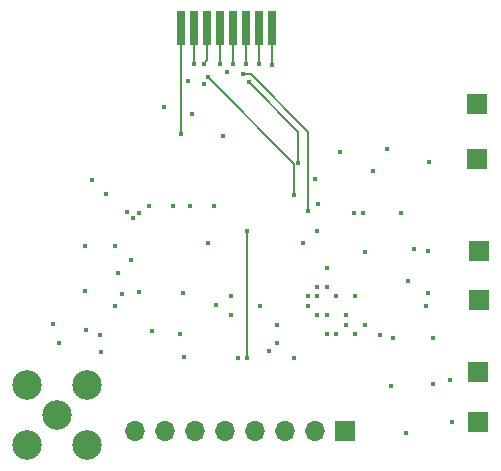
<source format=gbr>
G04 #@! TF.GenerationSoftware,KiCad,Pcbnew,(5.1.0)-1*
G04 #@! TF.CreationDate,2019-06-03T19:39:10-07:00*
G04 #@! TF.ProjectId,SDCard-PCB,53444361-7264-42d5-9043-422e6b696361,rev?*
G04 #@! TF.SameCoordinates,Original*
G04 #@! TF.FileFunction,Copper,L6,Bot*
G04 #@! TF.FilePolarity,Positive*
%FSLAX46Y46*%
G04 Gerber Fmt 4.6, Leading zero omitted, Abs format (unit mm)*
G04 Created by KiCad (PCBNEW (5.1.0)-1) date 2019-06-03 19:39:10*
%MOMM*%
%LPD*%
G04 APERTURE LIST*
%ADD10O,1.700000X1.700000*%
%ADD11R,1.700000X1.700000*%
%ADD12R,0.800000X2.900000*%
%ADD13C,2.500000*%
%ADD14C,0.450000*%
%ADD15C,0.152400*%
G04 APERTURE END LIST*
D10*
X111070000Y-83730000D03*
X113610000Y-83730000D03*
X116150000Y-83730000D03*
X118690000Y-83730000D03*
X121230000Y-83730000D03*
X123770000Y-83730000D03*
X126310000Y-83730000D03*
D11*
X128850000Y-83730000D03*
D12*
X115000000Y-49600000D03*
X116100000Y-49600000D03*
X117200000Y-49600000D03*
X118300000Y-49600000D03*
X119400000Y-49600000D03*
X120500000Y-49600000D03*
X121600000Y-49600000D03*
X122700000Y-49600000D03*
D11*
X140150000Y-82910000D03*
X140230000Y-72600000D03*
X140200000Y-68450000D03*
X140150000Y-78710000D03*
X140010000Y-60640000D03*
X140010000Y-55990000D03*
D13*
X106980000Y-84890000D03*
X106980000Y-79810000D03*
X101900000Y-79810000D03*
X101900000Y-84890000D03*
X104440000Y-82350000D03*
D14*
X133985000Y-83835000D03*
X116900000Y-52600000D03*
X116870000Y-54330000D03*
X113550000Y-56280000D03*
X129620000Y-65250000D03*
X133620000Y-65250000D03*
X126330000Y-62390000D03*
X136000000Y-60940000D03*
X108070000Y-75570000D03*
X106830000Y-71830000D03*
X109360000Y-68020000D03*
X110720000Y-69240000D03*
X112220000Y-64650000D03*
X117720000Y-64640000D03*
X109950002Y-72070000D03*
X107390000Y-62460000D03*
X112500000Y-75200000D03*
X115100000Y-72000000D03*
X119800000Y-77550000D03*
X119200000Y-73910000D03*
X114860000Y-75450000D03*
X132720000Y-79900000D03*
X136270000Y-79690000D03*
X137930000Y-82900000D03*
X136340000Y-75840000D03*
X134190000Y-70970000D03*
X128110000Y-72290000D03*
X128910000Y-74690000D03*
X126510000Y-73890000D03*
X126520000Y-72290000D03*
X128910000Y-73890000D03*
X124500000Y-77490000D03*
X131200000Y-61700000D03*
X115570000Y-54080000D03*
X118820000Y-53330000D03*
X118480000Y-58760000D03*
X130370000Y-65250000D03*
X126550000Y-64510000D03*
X132440000Y-59860000D03*
X106900000Y-75130000D03*
X106840000Y-68020000D03*
X114265000Y-64645000D03*
X109410000Y-73090000D03*
X111410000Y-71940000D03*
X108580000Y-63640000D03*
X115240000Y-77480000D03*
X108170000Y-76980000D03*
X137770000Y-79410000D03*
X132920000Y-75860000D03*
X135910000Y-72020000D03*
X135850000Y-68480000D03*
X127310000Y-73890000D03*
X128110000Y-75490000D03*
X130510000Y-74690000D03*
X129710000Y-72300000D03*
X125720000Y-72280000D03*
X119400000Y-52600000D03*
X115852498Y-56897498D03*
X128400000Y-60080000D03*
X109590000Y-70320000D03*
X115765000Y-64615000D03*
X126510000Y-66800000D03*
X122440000Y-76910000D03*
X119200000Y-72240000D03*
X131800000Y-75570000D03*
X134700000Y-68310000D03*
X129710000Y-75490000D03*
X127320000Y-71480000D03*
X127310000Y-75490000D03*
X125710000Y-73090000D03*
X135730000Y-73090000D03*
X116090000Y-52620000D03*
X115000000Y-58530000D03*
X118300000Y-52610000D03*
X120500000Y-52620000D03*
X121590000Y-52670000D03*
X122700000Y-52700000D03*
X123050000Y-76280000D03*
X104670000Y-76280000D03*
X123100000Y-74690000D03*
X104120000Y-74680000D03*
X120570000Y-77500000D03*
X120560000Y-66750000D03*
X125310000Y-67750000D03*
X117280000Y-67750000D03*
X121620000Y-73080000D03*
X117960000Y-73070000D03*
X126510000Y-71490000D03*
X110370000Y-65180000D03*
X127310000Y-69890000D03*
X110920000Y-65710000D03*
X130510000Y-68590000D03*
X111430000Y-65230002D03*
X124510000Y-63720000D03*
X117210004Y-53770000D03*
X120220000Y-53500000D03*
X125710000Y-65039998D03*
X120690000Y-54150000D03*
X124910000Y-61000000D03*
D15*
X117200000Y-49600000D02*
X117200000Y-52300000D01*
X117200000Y-52300000D02*
X116900000Y-52600000D01*
X119400000Y-49600000D02*
X119400000Y-52600000D01*
X116090000Y-49610000D02*
X116100000Y-49600000D01*
X116090000Y-52620000D02*
X116090000Y-49610000D01*
X115000000Y-58211802D02*
X115000000Y-49600000D01*
X115000000Y-58530000D02*
X115000000Y-58211802D01*
X118300000Y-52610000D02*
X118300000Y-49600000D01*
X120500000Y-52301802D02*
X120500000Y-49600000D01*
X120500000Y-52620000D02*
X120500000Y-52301802D01*
X121590000Y-49610000D02*
X121600000Y-49600000D01*
X121590000Y-52670000D02*
X121590000Y-49610000D01*
X122700000Y-52700000D02*
X122700000Y-49600000D01*
X104130000Y-74690000D02*
X104120000Y-74680000D01*
X120570000Y-77500000D02*
X120570000Y-66760000D01*
X117970000Y-73080000D02*
X117960000Y-73070000D01*
X124510000Y-61069996D02*
X117210004Y-53770000D01*
X124510000Y-63720000D02*
X124510000Y-61069996D01*
X125710000Y-64721800D02*
X125710000Y-65039998D01*
X125710000Y-58360000D02*
X125710000Y-64721800D01*
X120220000Y-53500000D02*
X120850000Y-53500000D01*
X120850000Y-53500000D02*
X125710000Y-58360000D01*
X124910000Y-58360000D02*
X124910000Y-61000000D01*
X120690000Y-54150000D02*
X120700000Y-54150000D01*
X120700000Y-54150000D02*
X124910000Y-58360000D01*
M02*

</source>
